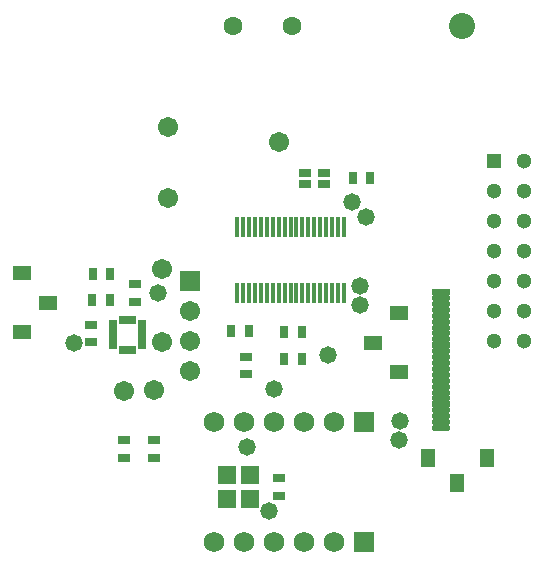
<source format=gts>
G04*
G04 #@! TF.GenerationSoftware,Altium Limited,Altium Designer,22.7.1 (60)*
G04*
G04 Layer_Color=8388736*
%FSLAX44Y44*%
%MOMM*%
G71*
G04*
G04 #@! TF.SameCoordinates,445EDDF3-7DE9-4779-8E76-6141CBC7C01E*
G04*
G04*
G04 #@! TF.FilePolarity,Negative*
G04*
G01*
G75*
%ADD18R,1.3000X1.3000*%
%ADD30R,1.5032X1.5032*%
%ADD31R,1.5032X1.5032*%
%ADD32O,1.6032X0.5032*%
%ADD33R,0.4000X1.7000*%
%ADD34R,0.5532X0.6932*%
%ADD35R,0.6932X0.5032*%
%ADD36R,0.6932X0.5532*%
%ADD37R,0.7000X1.0000*%
%ADD38R,1.0000X0.7000*%
%ADD39R,1.6032X0.5032*%
%ADD40R,1.6032X1.2032*%
%ADD41R,1.2032X1.6032*%
%ADD42R,1.0032X0.7532*%
%ADD43C,2.2032*%
%ADD44C,1.7272*%
%ADD45C,1.3000*%
%ADD46C,1.6012*%
%ADD47C,1.7032*%
%ADD48R,1.7272X1.7272*%
%ADD49R,1.7032X1.7032*%
%ADD50C,1.4732*%
D18*
X450600Y356200D02*
D03*
D30*
X244000Y90000D02*
D03*
X224000Y70000D02*
D03*
Y90000D02*
D03*
D31*
X244000Y70000D02*
D03*
D32*
X405000Y160000D02*
D03*
Y175000D02*
D03*
Y240000D02*
D03*
Y130000D02*
D03*
Y135000D02*
D03*
Y140000D02*
D03*
Y145000D02*
D03*
Y155000D02*
D03*
Y165000D02*
D03*
Y170000D02*
D03*
Y180000D02*
D03*
Y185000D02*
D03*
Y190000D02*
D03*
Y195000D02*
D03*
Y205000D02*
D03*
Y210000D02*
D03*
Y215000D02*
D03*
Y220000D02*
D03*
Y225000D02*
D03*
Y230000D02*
D03*
Y235000D02*
D03*
D33*
X283000Y244000D02*
D03*
X233000D02*
D03*
X238000D02*
D03*
X243000D02*
D03*
X248000D02*
D03*
X253000D02*
D03*
X273000D02*
D03*
X268000D02*
D03*
X263000D02*
D03*
X258000D02*
D03*
X293000D02*
D03*
X288000D02*
D03*
X278000D02*
D03*
X313000D02*
D03*
X308000D02*
D03*
X303000D02*
D03*
X298000D02*
D03*
X323000D02*
D03*
X318000D02*
D03*
Y300000D02*
D03*
X323000D02*
D03*
X298000D02*
D03*
X303000D02*
D03*
X308000D02*
D03*
X313000D02*
D03*
X278000D02*
D03*
X283000D02*
D03*
X288000D02*
D03*
X293000D02*
D03*
X258000D02*
D03*
X263000D02*
D03*
X268000D02*
D03*
X273000D02*
D03*
X253000D02*
D03*
X248000D02*
D03*
X243000D02*
D03*
X238000D02*
D03*
X233000D02*
D03*
D34*
X140000Y221600D02*
D03*
X135000D02*
D03*
X145000D02*
D03*
Y196400D02*
D03*
X140000D02*
D03*
X135000D02*
D03*
D35*
X152600Y219000D02*
D03*
D36*
Y214000D02*
D03*
Y209000D02*
D03*
Y204000D02*
D03*
Y199000D02*
D03*
X127400D02*
D03*
Y204000D02*
D03*
Y209000D02*
D03*
Y214000D02*
D03*
Y219000D02*
D03*
D37*
X287500Y211000D02*
D03*
Y188000D02*
D03*
X227500Y212000D02*
D03*
X125000Y238000D02*
D03*
X125500Y260000D02*
D03*
X242500Y212000D02*
D03*
X272500Y211000D02*
D03*
Y188000D02*
D03*
X110000Y238000D02*
D03*
X110500Y260000D02*
D03*
X345500Y342000D02*
D03*
X330500D02*
D03*
D38*
X268000Y72500D02*
D03*
X146000Y252000D02*
D03*
X109000Y202500D02*
D03*
X137000Y104500D02*
D03*
Y119500D02*
D03*
X240000Y190500D02*
D03*
Y175500D02*
D03*
X109000Y217500D02*
D03*
X162000Y104500D02*
D03*
Y119500D02*
D03*
X146000Y237000D02*
D03*
X268000Y87500D02*
D03*
D39*
X405000Y150000D02*
D03*
Y200000D02*
D03*
Y245000D02*
D03*
D40*
X370000Y227000D02*
D03*
Y177000D02*
D03*
X348000Y202000D02*
D03*
X51000Y211000D02*
D03*
Y261000D02*
D03*
X73000Y236000D02*
D03*
D41*
X394000Y105000D02*
D03*
X444000D02*
D03*
X419000Y83000D02*
D03*
D42*
X306000Y336500D02*
D03*
X290000D02*
D03*
Y345500D02*
D03*
X306000D02*
D03*
D43*
X422780Y470336D02*
D03*
D44*
X289700Y134800D02*
D03*
Y33200D02*
D03*
X315100Y134800D02*
D03*
X264300D02*
D03*
X238900D02*
D03*
X213500D02*
D03*
X315100Y33200D02*
D03*
X264300D02*
D03*
X238900D02*
D03*
X213500D02*
D03*
D45*
X450600Y254600D02*
D03*
X476000Y356200D02*
D03*
Y330800D02*
D03*
X450600D02*
D03*
X476000Y305400D02*
D03*
X450600D02*
D03*
X476000Y280000D02*
D03*
X450600D02*
D03*
X476000Y254600D02*
D03*
Y229200D02*
D03*
X450600D02*
D03*
X476000Y203800D02*
D03*
X450600D02*
D03*
D46*
X279000Y470000D02*
D03*
X229000D02*
D03*
D47*
X268000Y372000D02*
D03*
X137000Y161000D02*
D03*
X162000Y162000D02*
D03*
X193000Y178000D02*
D03*
Y203400D02*
D03*
Y228800D02*
D03*
X169000Y203000D02*
D03*
Y265000D02*
D03*
X174000Y325000D02*
D03*
Y385000D02*
D03*
D48*
X340500Y134800D02*
D03*
Y33200D02*
D03*
D49*
X193000Y254200D02*
D03*
D50*
X260000Y60000D02*
D03*
X95000Y202000D02*
D03*
X166000Y244000D02*
D03*
X310000Y191540D02*
D03*
X241000Y114000D02*
D03*
X370000Y120000D02*
D03*
X370350Y135968D02*
D03*
X337000Y234000D02*
D03*
X264000Y163000D02*
D03*
X337000Y250000D02*
D03*
X330000Y321000D02*
D03*
X342000Y309000D02*
D03*
M02*

</source>
